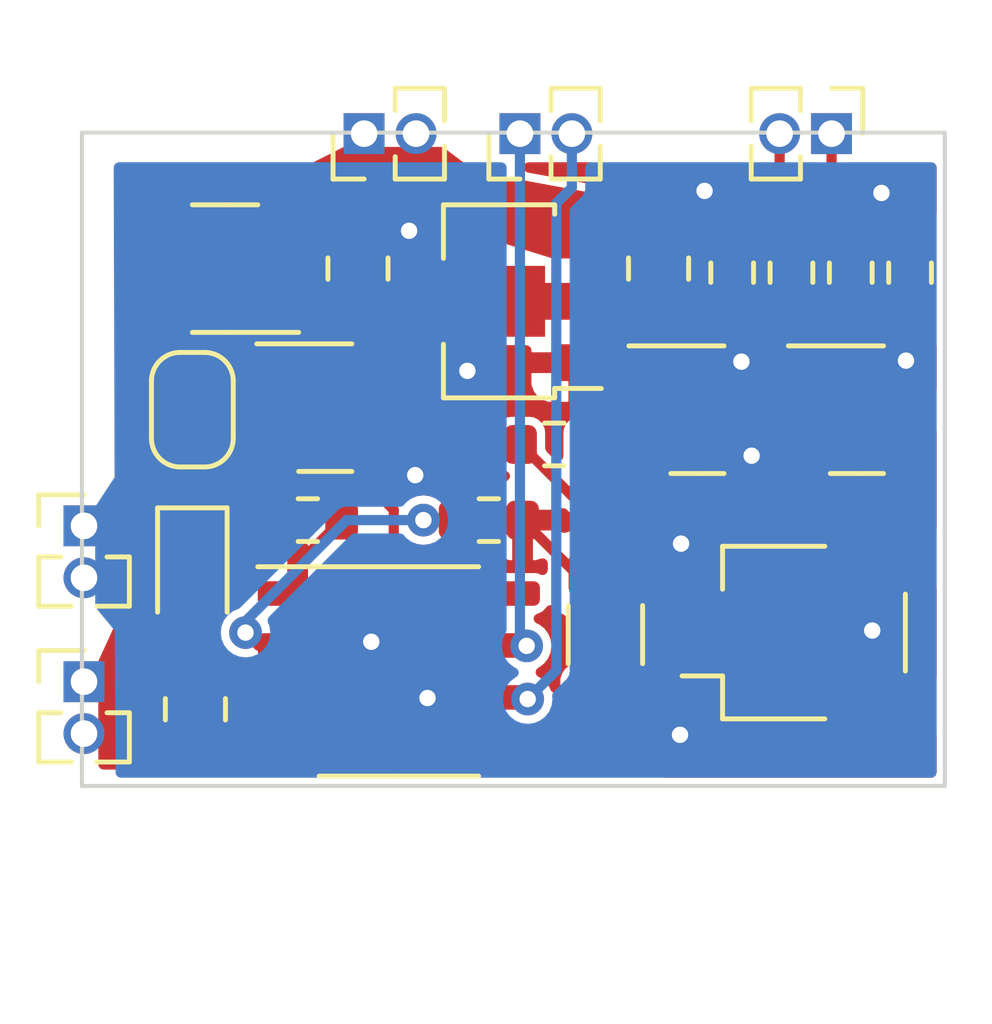
<source format=kicad_pcb>
(kicad_pcb (version 20211014) (generator pcbnew)
  (layers (0 "F.Cu" signal) (31 "B.Cu" signal) (34 "B.Paste" user) (35 "F.Paste" user) (36 "B.SilkS" user "B.Silkscreen") (37 "F.SilkS" user "F.Silkscreen") (38 "B.Mask" user) (39 "F.Mask" user) (44 "Edge.Cuts" user))
  (net 0 "")
  (net 1 "VBUS")
  (net 2 "+BATT")
  (net 3 "VCC")
  (net 4 "+3V3")
  (net 5 "Net-(D1-Pad1)")
  (net 6 "GND")
  (net 7 "/CHRG")
  (net 8 "/STDBY")
  (net 9 "/ADC")
  (net 10 "/IO")
  (net 11 "Net-(Q2-Pad1)")
  (net 12 "Net-(Q2-Pad3)")
  (net 13 "Net-(Q3-Pad3)")
  (net 14 "Net-(R1-Pad2)")
  (footprint "Package_TO_SOT_SMD:SOT-23-3" (layer "F.Cu") (at 113.55 78.85 180)
    (fp_text reference "U2" hide)
    (fp_text value "ME6210AXXM3")
    (fp_line (start 0 1.56) (end -0.8 1.56) (layer "F.SilkS") (width 0.12))
    (fp_line (start 0 1.56) (end 0.8 1.56) (layer "F.SilkS") (width 0.12))
    (fp_line (start 0 -1.56) (end 0.8 -1.56) (layer "F.SilkS") (width 0.12))
    (fp_line (start 0 -1.56) (end -1.8 -1.56) (layer "F.SilkS") (width 0.12))
    (pad "1" smd roundrect locked (at -1.1375 -0.95 180) (size 1.325 0.6) (layers "F.Cu" "F.Paste" "F.Mask") (net 6 "GND"))
    (pad "2" smd roundrect locked (at -1.1375 0.95 180) (size 1.325 0.6) (layers "F.Cu" "F.Paste" "F.Mask") (net 4 "+3V3"))
    (pad "3" smd roundrect locked (at 1.1375 0 180) (size 1.325 0.6) (layers "F.Cu" "F.Paste" "F.Mask") (net 3 "VCC"))
  )
  (footprint "Connector_PinHeader_1.27mm:PinHeader_1x02_P1.27mm_Vertical" (layer "F.Cu") (at 128.38 75.55 -90)
    (fp_text reference "J6" hide)
    (fp_text value "measure")
    (fp_line (start -1.11 0) (end -1.11 -0.76) (layer "F.SilkS") (width 0.12))
    (fp_line (start 0.30753 1.965) (end 1.11 1.965) (layer "F.SilkS") (width 0.12))
    (fp_line (start 1.11 0.76) (end 1.11 1.965) (layer "F.SilkS") (width 0.12))
    (fp_line (start -1.11 0.76) (end -0.563471 0.76) (layer "F.SilkS") (width 0.12))
    (fp_line (start -1.11 1.965) (end -0.30753 1.965) (layer "F.SilkS") (width 0.12))
    (fp_line (start 0.563471 0.76) (end 1.11 0.76) (layer "F.SilkS") (width 0.12))
    (fp_line (start -1.11 -0.76) (end 0 -0.76) (layer "F.SilkS") (width 0.12))
    (fp_line (start -1.11 0.76) (end -1.11 1.965) (layer "F.SilkS") (width 0.12))
    (pad "1" thru_hole rect (at 0 0 270) (size 1 1) (drill 0.65) (layers *.Cu *.Mask) (net 9 "/ADC"))
    (pad "2" thru_hole oval (at 0 1.27 270) (size 1 1) (drill 0.65) (layers *.Cu *.Mask) (net 10 "/IO"))
  )
  (footprint "Connector_PinHeader_1.27mm:PinHeader_1x02_P1.27mm_Vertical" (layer "F.Cu") (at 116.95 75.55 90)
    (fp_text reference "J4" hide)
    (fp_text value "3V3")
    (fp_line (start 1.11 0.76) (end 1.11 1.965) (layer "F.SilkS") (width 0.12))
    (fp_line (start -1.11 0) (end -1.11 -0.76) (layer "F.SilkS") (width 0.12))
    (fp_line (start -1.11 0.76) (end -1.11 1.965) (layer "F.SilkS") (width 0.12))
    (fp_line (start 0.563471 0.76) (end 1.11 0.76) (layer "F.SilkS") (width 0.12))
    (fp_line (start -1.11 0.76) (end -0.563471 0.76) (layer "F.SilkS") (width 0.12))
    (fp_line (start 0.30753 1.965) (end 1.11 1.965) (layer "F.SilkS") (width 0.12))
    (fp_line (start -1.11 1.965) (end -0.30753 1.965) (layer "F.SilkS") (width 0.12))
    (fp_line (start -1.11 -0.76) (end 0 -0.76) (layer "F.SilkS") (width 0.12))
    (pad "1" thru_hole rect (at 0 0 90) (size 1 1) (drill 0.65) (layers *.Cu *.Mask) (net 4 "+3V3"))
    (pad "2" thru_hole oval (at 0 1.27 90) (size 1 1) (drill 0.65) (layers *.Cu *.Mask) (net 4 "+3V3"))
  )
  (footprint "Resistor_SMD:R_0603_1608Metric" (layer "F.Cu") (at 115.575 85 180)
    (fp_text reference "R2" hide)
    (fp_text value "10K")
    (fp_line (start -0.237258 -0.5225) (end 0.237258 -0.5225) (layer "F.SilkS") (width 0.12))
    (fp_line (start -0.237258 0.5225) (end 0.237258 0.5225) (layer "F.SilkS") (width 0.12))
    (pad "1" smd roundrect (at -0.825 0 180) (size 0.8 0.95) (layers "F.Cu" "F.Paste" "F.Mask") (net 6 "GND"))
    (pad "2" smd roundrect (at 0.825 0 180) (size 0.8 0.95) (layers "F.Cu" "F.Paste" "F.Mask") (net 1 "VBUS"))
  )
  (footprint "Package_TO_SOT_SMD:SOT-23" (layer "F.Cu") (at 129 82.3)
    (fp_text reference "Q3" hide)
    (fp_text value "3401")
    (fp_line (start 0 1.56) (end 0.65 1.56) (layer "F.SilkS") (width 0.12))
    (fp_line (start 0 -1.56) (end 0.65 -1.56) (layer "F.SilkS") (width 0.12))
    (fp_line (start 0 -1.56) (end -1.675 -1.56) (layer "F.SilkS") (width 0.12))
    (fp_line (start 0 1.56) (end -0.65 1.56) (layer "F.SilkS") (width 0.12))
    (pad "1" smd roundrect (at -0.9375 -0.95) (size 1.475 0.6) (layers "F.Cu" "F.Paste" "F.Mask") (net 12 "Net-(Q2-Pad3)"))
    (pad "2" smd roundrect (at -0.9375 0.95) (size 1.475 0.6) (layers "F.Cu" "F.Paste" "F.Mask") (net 2 "+BATT"))
    (pad "3" smd roundrect (at 0.9375 0) (size 1.475 0.6) (layers "F.Cu" "F.Paste" "F.Mask") (net 13 "Net-(Q3-Pad3)"))
  )
  (footprint "Diode_SMD:D_SOD-323" (layer "F.Cu") (at 112.75 86.2 -90)
    (fp_text reference "D1" hide)
    (fp_text value "1N5819")
    (fp_line (start -1.5 -0.85) (end 1.05 -0.85) (layer "F.SilkS") (width 0.12))
    (fp_line (start -1.5 0.85) (end 1.05 0.85) (layer "F.SilkS") (width 0.12))
    (fp_line (start -1.5 -0.85) (end -1.5 0.85) (layer "F.SilkS") (width 0.12))
    (pad "1" smd rect (at -1.05 0 270) (size 0.6 0.45) (layers "F.Cu" "F.Paste" "F.Mask") (net 5 "Net-(D1-Pad1)"))
    (pad "2" smd rect (at 1.05 0 270) (size 0.6 0.45) (layers "F.Cu" "F.Paste" "F.Mask") (net 1 "VBUS"))
  )
  (footprint "Resistor_SMD:R_0603_1608Metric" (layer "F.Cu") (at 121.6 83.15)
    (fp_text reference "R6" hide)
    (fp_text value "10K")
    (fp_line (start -0.237258 0.5225) (end 0.237258 0.5225) (layer "F.SilkS") (width 0.12))
    (fp_line (start -0.237258 -0.5225) (end 0.237258 -0.5225) (layer "F.SilkS") (width 0.12))
    (pad "1" smd roundrect (at -0.825 0) (size 0.8 0.95) (layers "F.Cu" "F.Paste" "F.Mask") (net 2 "+BATT"))
    (pad "2" smd roundrect (at 0.825 0) (size 0.8 0.95) (layers "F.Cu" "F.Paste" "F.Mask") (net 12 "Net-(Q2-Pad3)"))
  )
  (footprint "Capacitor_SMD:C_0805_2012Metric" (layer "F.Cu") (at 116.8 78.85 -90)
    (fp_text reference "C3" hide)
    (fp_text value "10uF")
    (fp_line (start -0.261252 -0.735) (end 0.261252 -0.735) (layer "F.SilkS") (width 0.12))
    (fp_line (start -0.261252 0.735) (end 0.261252 0.735) (layer "F.SilkS") (width 0.12))
    (pad "1" smd roundrect (at -0.95 0 270) (size 1 1.45) (layers "F.Cu" "F.Paste" "F.Mask") (net 6 "GND"))
    (pad "2" smd roundrect (at 0.95 0 270) (size 1 1.45) (layers "F.Cu" "F.Paste" "F.Mask") (net 3 "VCC"))
  )
  (footprint "Connector_PinHeader_1.27mm:PinHeader_1x02_P1.27mm_Vertical" (layer "F.Cu") (at 110.1 88.95)
    (fp_text reference "J1" hide)
    (fp_text value "VBUS")
    (fp_line (start -1.11 -0.76) (end 0 -0.76) (layer "F.SilkS") (width 0.12))
    (fp_line (start -1.11 0) (end -1.11 -0.76) (layer "F.SilkS") (width 0.12))
    (fp_line (start -1.11 0.76) (end -0.563471 0.76) (layer "F.SilkS") (width 0.12))
    (fp_line (start -1.11 1.965) (end -0.30753 1.965) (layer "F.SilkS") (width 0.12))
    (fp_line (start -1.11 0.76) (end -1.11 1.965) (layer "F.SilkS") (width 0.12))
    (fp_line (start 0.563471 0.76) (end 1.11 0.76) (layer "F.SilkS") (width 0.12))
    (fp_line (start 0.30753 1.965) (end 1.11 1.965) (layer "F.SilkS") (width 0.12))
    (fp_line (start 1.11 0.76) (end 1.11 1.965) (layer "F.SilkS") (width 0.12))
    (pad "1" thru_hole rect (at 0 0) (size 1 1) (drill 0.65) (layers *.Cu *.Mask) (net 1 "VBUS"))
    (pad "2" thru_hole oval (at 0 1.27) (size 1 1) (drill 0.65) (layers *.Cu *.Mask) (net 1 "VBUS"))
  )
  (footprint "Package_SO:HSOP-8-1EP_3.9x4.9mm_P1.27mm_EP2.3x2.3mm" (layer "F.Cu") (at 117.8 88.7)
    (fp_text reference "U1" hide)
    (fp_text value "TC4056A")
    (fp_line (start 0 2.56) (end -1.95 2.56) (layer "F.SilkS") (width 0.12))
    (fp_line (start 0 2.56) (end 1.95 2.56) (layer "F.SilkS") (width 0.12))
    (fp_line (start 0 -2.56) (end 1.95 -2.56) (layer "F.SilkS") (width 0.12))
    (fp_line (start 0 -2.56) (end -3.45 -2.56) (layer "F.SilkS") (width 0.12))
    (pad "1" smd roundrect (at -2.475 -1.905) (size 1.95 0.6) (layers "F.Cu" "F.Paste" "F.Mask") (net 6 "GND"))
    (pad "2" smd roundrect (at -2.475 -0.635) (size 1.95 0.6) (layers "F.Cu" "F.Paste" "F.Mask") (net 14 "Net-(R1-Pad2)"))
    (pad "3" smd roundrect (at -2.475 0.635) (size 1.95 0.6) (layers "F.Cu" "F.Paste" "F.Mask") (net 6 "GND"))
    (pad "4" smd roundrect (at -2.475 1.905) (size 1.95 0.6) (layers "F.Cu" "F.Paste" "F.Mask") (net 1 "VBUS"))
    (pad "5" smd roundrect (at 2.475 1.905) (size 1.95 0.6) (layers "F.Cu" "F.Paste" "F.Mask") (net 2 "+BATT"))
    (pad "6" smd roundrect (at 2.475 0.635) (size 1.95 0.6) (layers "F.Cu" "F.Paste" "F.Mask") (net 8 "/STDBY"))
    (pad "7" smd roundrect (at 2.475 -0.635) (size 1.95 0.6) (layers "F.Cu" "F.Paste" "F.Mask") (net 7 "/CHRG"))
    (pad "8" smd roundrect (at 2.475 -1.905) (size 1.95 0.6) (layers "F.Cu" "F.Paste" "F.Mask") (net 1 "VBUS"))
    (pad "9" smd rect (at 0 0) (size 2.3 2.3) (layers "F.Cu" "F.Mask") (net 6 "GND"))
  )
  (footprint "Capacitor_SMD:C_0805_2012Metric" (layer "F.Cu") (at 112.825 89.625 -90)
    (fp_text reference "C1" hide)
    (fp_text value "10uF")
    (fp_line (start -0.261252 0.735) (end 0.261252 0.735) (layer "F.SilkS") (width 0.12))
    (fp_line (start -0.261252 -0.735) (end 0.261252 -0.735) (layer "F.SilkS") (width 0.12))
    (pad "1" smd roundrect (at -0.95 0 270) (size 1 1.45) (layers "F.Cu" "F.Paste" "F.Mask") (net 6 "GND"))
    (pad "2" smd roundrect (at 0.95 0 270) (size 1 1.45) (layers "F.Cu" "F.Paste" "F.Mask") (net 1 "VBUS"))
  )
  (footprint "Resistor_SMD:R_0603_1608Metric" (layer "F.Cu") (at 125.95 78.95 -90)
    (fp_text reference "R4" hide)
    (fp_text value "1K")
    (fp_line (start -0.237258 -0.5225) (end 0.237258 -0.5225) (layer "F.SilkS") (width 0.12))
    (fp_line (start -0.237258 0.5225) (end 0.237258 0.5225) (layer "F.SilkS") (width 0.12))
    (pad "1" smd roundrect (at -0.825 0 270) (size 0.8 0.95) (layers "F.Cu" "F.Paste" "F.Mask") (net 10 "/IO"))
    (pad "2" smd roundrect (at 0.825 0 270) (size 0.8 0.95) (layers "F.Cu" "F.Paste" "F.Mask") (net 11 "Net-(Q2-Pad1)"))
  )
  (footprint "Connector_JST:JST_SH_SM02B-SRSS-TB_1x02-1MP_P1.00mm_Horizontal" (layer "F.Cu") (at 127.5 87.75 90)
    (fp_text reference "J3" hide)
    (fp_text value "Conn_01x02_MountingPin")
    (fp_line (start -2.11 -1.785) (end -1.06 -1.785) (layer "F.SilkS") (width 0.12))
    (fp_line (start 2.11 -1.785) (end 1.06 -1.785) (layer "F.SilkS") (width 0.12))
    (fp_line (start -2.11 0.715) (end -2.11 -1.785) (layer "F.SilkS") (width 0.12))
    (fp_line (start -0.94 2.685) (end 0.94 2.685) (layer "F.SilkS") (width 0.12))
    (fp_line (start -1.06 -1.785) (end -1.06 -2.775) (layer "F.SilkS") (width 0.12))
    (fp_line (start 2.11 0.715) (end 2.11 -1.785) (layer "F.SilkS") (width 0.12))
    (pad "1" smd roundrect (at -0.5 -2 90) (size 0.6 1.55) (layers "F.Cu" "F.Paste" "F.Mask") (net 2 "+BATT"))
    (pad "2" smd roundrect (at 0.5 -2 90) (size 0.6 1.55) (layers "F.Cu" "F.Paste" "F.Mask") (net 6 "GND"))
    (pad "MP" smd roundrect (at 1.8 1.875 90) (size 1.2 1.8) (layers "F.Cu" "F.Paste" "F.Mask") (roundrect_rratio 0.208333) (net 6 "GND"))
    (pad "MP" smd roundrect (at -1.8 1.875 90) (size 1.2 1.8) (layers "F.Cu" "F.Paste" "F.Mask") (roundrect_rratio 0.208333) (net 6 "GND"))
  )
  (footprint "Package_TO_SOT_SMD:SOT-89-3" (layer "F.Cu") (at 120.55 79.65 180)
    (fp_text reference "U3" hide)
    (fp_text value "ME6210AXXP")
    (fp_line (start 1.66 -2.36) (end 1.66 -1.05) (layer "F.SilkS") (width 0.12))
    (fp_line (start -1.06 2.36) (end -1.06 2.13) (layer "F.SilkS") (width 0.12))
    (fp_line (start 1.66 2.36) (end -1.06 2.36) (layer "F.SilkS") (width 0.12))
    (fp_line (start 1.66 1.05) (end 1.66 2.36) (layer "F.SilkS") (width 0.12))
    (fp_line (start -1.06 -2.36) (end 1.66 -2.36) (layer "F.SilkS") (width 0.12))
    (fp_line (start -1.06 -2.36) (end -1.06 -2.13) (layer "F.SilkS") (width 0.12))
    (fp_line (start -2.2 -2.13) (end -1.06 -2.13) (layer "F.SilkS") (width 0.12))
    (pad "1" smd rect (at -1.65 -1.5 180) (size 1.3 0.9) (layers "F.Cu" "F.Paste" "F.Mask") (net 6 "GND"))
    (pad "2" smd custom (at -1.5625 0 180) (size 1.475 0.9) (layers "F.Cu" "F.Paste" "F.Mask") (net 3 "VCC") (options (clearance outline) (anchor rect)) (primitives (gr_poly (pts (xy 3.8625 0.8665) (xy 0.7375 0.8665) (xy 0.7375 -0.8665) (xy 3.8625 -0.8665)) (width 0) (fill yes))))
    (pad "3" smd rect (at -1.65 1.5 180) (size 1.3 0.9) (layers "F.Cu" "F.Paste" "F.Mask") (net 4 "+3V3"))
  )
  (footprint "Jumper:SolderJumper-2_P1.3mm_Bridged_RoundedPad1.0x1.5mm" (layer "F.Cu") (at 112.75 82.3 90)
    (fp_text reference "R3" hide)
    (fp_text value "0R")
    (fp_poly (pts (xy 0.25 -0.3) (xy -0.25 -0.3) (xy -0.25 0.3) (xy 0.25 0.3)) (layer "F.Cu") (width 0) (fill solid))
    (fp_line (start -0.7 -1) (end 0.7 -1) (layer "F.SilkS") (width 0.12))
    (fp_line (start 1.4 -0.3) (end 1.4 0.3) (layer "F.SilkS") (width 0.12))
    (fp_line (start -1.4 0.3) (end -1.4 -0.3) (layer "F.SilkS") (width 0.12))
    (fp_line (start 0.7 1) (end -0.7 1) (layer "F.SilkS") (width 0.12))
    (fp_arc (start -1.4 -0.3) (mid -1.194975 -0.794975) (end -0.7 -1) (layer "F.SilkS") (width 0.12))
    (fp_arc (start 1.4 0.3) (mid 1.194975 0.794975) (end 0.7 1) (layer "F.SilkS") (width 0.12))
    (fp_arc (start 0.7 -1) (mid 1.194975 -0.794975) (end 1.4 -0.3) (layer "F.SilkS") (width 0.12))
    (fp_arc (start -0.7 1) (mid -1.194975 0.794975) (end -1.4 0.3) (layer "F.SilkS") (width 0.12))
    (pad "1" smd custom (at -0.65 0 90) (size 1 0.5) (layers "F.Cu" "F.Mask") (net 5 "Net-(D1-Pad1)") (options (clearance outline) (anchor rect)) (primitives (gr_circle (center 0 0.25) (end 0.5 0.25) (width 0) (fill yes)) (gr_circle (center 0 -0.25) (end 0.5 -0.25) (width 0) (fill yes)) (gr_poly (pts (xy 0.5 0.75) (xy 0 0.75) (xy 0 -0.75) (xy 0.5 -0.75)) (width 0) (fill yes))))
    (pad "2" smd custom (at 0.65 0 90) (size 1 0.5) (layers "F.Cu" "F.Mask") (net 3 "VCC") (options (clearance outline) (anchor rect)) (primitives (gr_circle (center 0 0.25) (end 0.5 0.25) (width 0) (fill yes)) (gr_circle (center 0 -0.25) (end 0.5 -0.25) (width 0) (fill yes)) (gr_poly (pts (xy 0 0.75) (xy -0.5 0.75) (xy -0.5 -0.75) (xy 0 -0.75)) (width 0) (fill yes))))
  )
  (footprint "Connector_PinHeader_1.27mm:PinHeader_1x02_P1.27mm_Vertical" (layer "F.Cu") (at 120.76 75.55 90)
    (fp_text reference "J5" hide)
    (fp_text value "state")
    (fp_line (start 1.11 0.76) (end 1.11 1.965) (layer "F.SilkS") (width 0.12))
    (fp_line (start -1.11 0.76) (end -1.11 1.965) (layer "F.SilkS") (width 0.12))
    (fp_line (start -1.11 0) (end -1.11 -0.76) (layer "F.SilkS") (width 0.12))
    (fp_line (start -1.11 -0.76) (end 0 -0.76) (layer "F.SilkS") (width 0.12))
    (fp_line (start -1.11 0.76) (end -0.563471 0.76) (layer "F.SilkS") (width 0.12))
    (fp_line (start 0.563471 0.76) (end 1.11 0.76) (layer "F.SilkS") (width 0.12))
    (fp_line (start 0.30753 1.965) (end 1.11 1.965) (layer "F.SilkS") (width 0.12))
    (fp_line (start -1.11 1.965) (end -0.30753 1.965) (layer "F.SilkS") (width 0.12))
    (pad "1" thru_hole rect (at 0 0 90) (size 1 1) (drill 0.65) (layers *.Cu *.Mask) (net 7 "/CHRG"))
    (pad "2" thru_hole oval (at 0 1.27 90) (size 1 1) (drill 0.65) (layers *.Cu *.Mask) (net 8 "/STDBY"))
  )
  (footprint "Package_TO_SOT_SMD:SOT-23" (layer "F.Cu") (at 125.1 82.3)
    (fp_text reference "Q2" hide)
    (fp_text value "8050")
    (fp_line (start 0 -1.56) (end -1.675 -1.56) (layer "F.SilkS") (width 0.12))
    (fp_line (start 0 1.56) (end 0.65 1.56) (layer "F.SilkS") (width 0.12))
    (fp_line (start 0 1.56) (end -0.65 1.56) (layer "F.SilkS") (width 0.12))
    (fp_line (start 0 -1.56) (end 0.65 -1.56) (layer "F.SilkS") (width 0.12))
    (pad "1" smd roundrect (at -0.9375 -0.95) (size 1.475 0.6) (layers "F.Cu" "F.Paste" "F.Mask") (net 11 "Net-(Q2-Pad1)"))
    (pad "2" smd roundrect (at -0.9375 0.95) (size 1.475 0.6) (layers "F.Cu" "F.Paste" "F.Mask") (net 6 "GND"))
    (pad "3" smd roundrect (at 0.9375 0) (size 1.475 0.6) (layers "F.Cu" "F.Paste" "F.Mask") (net 12 "Net-(Q2-Pad3)"))
  )
  (footprint "Package_TO_SOT_SMD:SOT-23" (layer "F.Cu") (at 116 82.25)
    (fp_text reference "Q1" hide)
    (fp_text value "3401")
    (fp_line (start 0 -1.56) (end 0.65 -1.56) (layer "F.SilkS") (width 0.12))
    (fp_line (start 0 1.56) (end 0.65 1.56) (layer "F.SilkS") (width 0.12))
    (fp_line (start 0 1.56) (end -0.65 1.56) (layer "F.SilkS") (width 0.12))
    (fp_line (start 0 -1.56) (end -1.675 -1.56) (layer "F.SilkS") (width 0.12))
    (pad "1" smd roundrect (at -0.9375 -0.95) (size 1.475 0.6) (layers "F.Cu" "F.Paste" "F.Mask") (net 1 "VBUS"))
    (pad "2" smd roundrect (at -0.9375 0.95) (size 1.475 0.6) (layers "F.Cu" "F.Paste" "F.Mask") (net 5 "Net-(D1-Pad1)"))
    (pad "3" smd roundrect (at 0.9375 0) (size 1.475 0.6) (layers "F.Cu" "F.Paste" "F.Mask") (net 2 "+BATT"))
  )
  (footprint "Resistor_SMD:R_0603_1608Metric" (layer "F.Cu") (at 128.85 78.95 90)
    (fp_text reference "R7" hide)
    (fp_text value "4.7K")
    (fp_line (start -0.237258 0.5225) (end 0.237258 0.5225) (layer "F.SilkS") (width 0.12))
    (fp_line (start -0.237258 -0.5225) (end 0.237258 -0.5225) (layer "F.SilkS") (width 0.12))
    (pad "1" smd roundrect (at -0.825 0 90) (size 0.8 0.95) (layers "F.Cu" "F.Paste" "F.Mask") (net 13 "Net-(Q3-Pad3)"))
    (pad "2" smd roundrect (at 0.825 0 90) (size 0.8 0.95) (layers "F.Cu" "F.Paste" "F.Mask") (net 9 "/ADC"))
  )
  (footprint "Capacitor_SMD:C_1206_3216Metric" (layer "F.Cu") (at 122.85 87.8 -90)
    (fp_text reference "C2" hide)
    (fp_text value "10uF")
    (fp_line (start -0.711252 0.91) (end 0.711252 0.91) (layer "F.SilkS") (width 0.12))
    (fp_line (start -0.711252 -0.91) (end 0.711252 -0.91) (layer "F.SilkS") (width 0.12))
    (pad "1" smd roundrect (at -1.475 0 270) (size 1.15 1.8) (layers "F.Cu" "F.Paste" "F.Mask") (roundrect_rratio 0.217391) (net 6 "GND"))
    (pad "2" smd roundrect (at 1.475 0 270) (size 1.15 1.8) (layers "F.Cu" "F.Paste" "F.Mask") (roundrect_rratio 0.217391) (net 2 "+BATT"))
  )
  (footprint "Connector_PinHeader_1.27mm:PinHeader_1x02_P1.27mm_Vertical" (layer "F.Cu") (at 110.1 85.14)
    (fp_text reference "J2" hide)
    (fp_text value "GND")
    (fp_line (start 0.563471 0.76) (end 1.11 0.76) (layer "F.SilkS") (width 0.12))
    (fp_line (start -1.11 -0.76) (end 0 -0.76) (layer "F.SilkS") (width 0.12))
    (fp_line (start -1.11 0) (end -1.11 -0.76) (layer "F.SilkS") (width 0.12))
    (fp_line (start -1.11 0.76) (end -0.563471 0.76) (layer "F.SilkS") (width 0.12))
    (fp_line (start -1.11 1.965) (end -0.30753 1.965) (layer "F.SilkS") (width 0.12))
    (fp_line (start 0.30753 1.965) (end 1.11 1.965) (layer "F.SilkS") (width 0.12))
    (fp_line (start -1.11 0.76) (end -1.11 1.965) (layer "F.SilkS") (width 0.12))
    (fp_line (start 1.11 0.76) (end 1.11 1.965) (layer "F.SilkS") (width 0.12))
    (pad "1" thru_hole rect (at 0 0) (size 1 1) (drill 0.65) (layers *.Cu *.Mask) (net 6 "GND"))
    (pad "2" thru_hole oval (at 0 1.27) (size 1 1) (drill 0.65) (layers *.Cu *.Mask) (net 6 "GND"))
  )
  (footprint "Capacitor_SMD:C_0805_2012Metric" (layer "F.Cu") (at 124.15 78.85 90)
    (fp_text reference "C4" hide)
    (fp_text value "10uF")
    (fp_line (start -0.261252 -0.735) (end 0.261252 -0.735) (layer "F.SilkS") (width 0.12))
    (fp_line (start -0.261252 0.735) (end 0.261252 0.735) (layer "F.SilkS") (width 0.12))
    (pad "1" smd roundrect (at -0.95 0 90) (size 1 1.45) (layers "F.Cu" "F.Paste" "F.Mask") (net 6 "GND"))
    (pad "2" smd roundrect (at 0.95 0 90) (size 1 1.45) (layers "F.Cu" "F.Paste" "F.Mask") (net 4 "+3V3"))
  )
  (footprint "Resistor_SMD:R_0603_1608Metric" (layer "F.Cu") (at 127.4 78.95 90)
    (fp_text reference "R5" hide)
    (fp_text value "100K")
    (fp_line (start -0.237258 0.5225) (end 0.237258 0.5225) (layer "F.SilkS") (width 0.12))
    (fp_line (start -0.237258 -0.5225) (end 0.237258 -0.5225) (layer "F.SilkS") (width 0.12))
    (pad "1" smd roundrect (at -0.825 0 90) (size 0.8 0.95) (layers "F.Cu" "F.Paste" "F.Mask") (net 11 "Net-(Q2-Pad1)"))
    (pad "2" smd roundrect (at 0.825 0 90) (size 0.8 0.95) (layers "F.Cu" "F.Paste" "F.Mask") (net 6 "GND"))
  )
  (footprint "Resistor_SMD:R_0603_1608Metric" (layer "F.Cu") (at 120 85 180)
    (fp_text reference "R1" hide)
    (fp_text value "10K")
    (fp_line (start -0.237258 0.5225) (end 0.237258 0.5225) (layer "F.SilkS") (width 0.12))
    (fp_line (start -0.237258 -0.5225) (end 0.237258 -0.5225) (layer "F.SilkS") (width 0.12))
    (pad "1" smd roundrect (at -0.825 0 180) (size 0.8 0.95) (layers "F.Cu" "F.Paste" "F.Mask") (net 6 "GND"))
    (pad "2" smd roundrect (at 0.825 0 180) (size 0.8 0.95) (layers "F.Cu" "F.Paste" "F.Mask") (net 14 "Net-(R1-Pad2)"))
  )
  (footprint "Resistor_SMD:R_0603_1608Metric" (layer "F.Cu") (at 130.3 78.95 -90)
    (fp_text reference "R8" hide)
    (fp_text value "1K")
    (fp_line (start -0.237258 0.5225) (end 0.237258 0.5225) (layer "F.SilkS") (width 0.12))
    (fp_line (start -0.237258 -0.5225) (end 0.237258 -0.5225) (layer "F.SilkS") (width 0.12))
    (pad "1" smd roundrect (at -0.825 0 270) (size 0.8 0.95) (layers "F.Cu" "F.Paste" "F.Mask") (net 9 "/ADC"))
    (pad "2" smd roundrect (at 0.825 0 270) (size 0.8 0.95) (layers "F.Cu" "F.Paste" "F.Mask") (net 6 "GND"))
  )
  (gr_line (start 131.15 91.5) (end 131.15 75.525) (layer "Edge.Cuts") (width 0.1))
  (gr_line (start 110.05 91.5) (end 110.05 75.525) (layer "Edge.Cuts") (width 0.1))
  (gr_line (start 131.15 75.525) (end 110.05 75.525) (layer "Edge.Cuts") (width 0.1))
  (gr_line (start 110.05 91.5) (end 131.15 91.5) (layer "Edge.Cuts") (width 0.1))
  (segment (start 114.975 85) (end 114.75 85) (width 0.25) (layer "F.Cu") (net 1))
  (segment (start 115.0625 81.790749) (end 116.125 82.853249) (width 0.25) (layer "F.Cu") (net 1))
  (segment (start 118.62 86.795) (end 117.675 85.85) (width 0.25) (layer "F.Cu") (net 1))
  (segment (start 117.675 84.75) (end 116.775 83.85) (width 0.25) (layer "F.Cu") (net 1))
  (segment (start 116.775 83.85) (end 116.125 83.85) (width 0.25) (layer "F.Cu") (net 1))
  (segment (start 120.275 86.795) (end 118.62 86.795) (width 0.25) (layer "F.Cu") (net 1))
  (segment (start 116.125 82.853249) (end 116.125 83.85) (width 0.25) (layer "F.Cu") (net 1))
  (segment (start 117.675 85.85) (end 117.675 84.75) (width 0.25) (layer "F.Cu") (net 1))
  (segment (start 114.75 85.25) (end 114.75 85) (width 0.25) (layer "F.Cu") (net 1))
  (segment (start 115.0625 81.3) (end 115.0625 81.790749) (width 0.25) (layer "F.Cu") (net 1))
  (segment (start 112.75 87.25) (end 114.75 85.25) (width 0.25) (layer "F.Cu") (net 1))
  (segment (start 116.125 83.85) (end 114.975 85) (width 0.25) (layer "F.Cu") (net 1))
  (segment (start 128.0625 84.8375) (end 128.0625 83.25) (width 0.25) (layer "F.Cu") (net 2))
  (segment (start 128.0625 86.134251) (end 128.0625 84.8375) (width 0.25) (layer "F.Cu") (net 2))
  (segment (start 120.775 83.15) (end 117.8375 83.15) (width 0.25) (layer "F.Cu") (net 2))
  (segment (start 125.946751 88.25) (end 128.0625 86.134251) (width 0.25) (layer "F.Cu") (net 2))
  (segment (start 117.8375 83.15) (end 116.9375 82.25) (width 0.25) (layer "F.Cu") (net 2))
  (segment (start 122.4625 84.8375) (end 128.0625 84.8375) (width 0.25) (layer "F.Cu") (net 2))
  (segment (start 120.775 83.15) (end 122.4625 84.8375) (width 0.25) (layer "F.Cu") (net 2))
  (segment (start 125.5 88.25) (end 125.946751 88.25) (width 0.25) (layer "F.Cu") (net 2))
  (segment (start 113 83.2) (end 112.75 82.95) (width 0.25) (layer "F.Cu") (net 5))
  (segment (start 115.0625 83.2) (end 113 83.2) (width 0.25) (layer "F.Cu") (net 5))
  (segment (start 112.75 82.95) (end 112.75 85.15) (width 0.5) (layer "F.Cu") (net 5))
  (segment (start 122.2 81.15) (end 122.8 81.15) (width 0.25) (layer "F.Cu") (net 6))
  (segment (start 117.165 89.335) (end 117.8 88.7) (width 0.5) (layer "F.Cu") (net 6))
  (segment (start 122.8 81.15) (end 124.15 79.8) (width 0.25) (layer "F.Cu") (net 6))
  (segment (start 115.325 86.795) (end 115.325 86.075) (width 0.25) (layer "F.Cu") (net 6))
  (segment (start 127.4 78.125) (end 127.4 78.375) (width 0.25) (layer "F.Cu") (net 6))
  (segment (start 116.125 80.953249) (end 116.125 81.2375) (width 0.25) (layer "F.Cu") (net 6))
  (segment (start 115.846751 80.675) (end 116.125 80.953249) (width 0.25) (layer "F.Cu") (net 6))
  (segment (start 129.5 78.975) (end 128 78.975) (width 0.25) (layer "F.Cu") (net 6))
  (segment (start 115.325 89.335) (end 117.165 89.335) (width 0.5) (layer "F.Cu") (net 6))
  (segment (start 115.325 86.075) (end 116.4 85) (width 0.25) (layer "F.Cu") (net 6))
  (segment (start 116.125 81.2375) (end 116.2375 81.35) (width 0.25) (layer "F.Cu") (net 6))
  (segment (start 122.85 86.325) (end 122.15 86.325) (width 0.25) (layer "F.Cu") (net 6))
  (segment (start 127.4 78.375) (end 128 78.975) (width 0.25) (layer "F.Cu") (net 6))
  (segment (start 116.2375 81.35) (end 119.475 81.35) (width 0.25) (layer "F.Cu") (net 6))
  (segment (start 115.325 89.335) (end 113.485 89.335) (width 0.25) (layer "F.Cu") (net 6))
  (segment (start 115.5625 80.675) (end 115.846751 80.675) (width 0.25) (layer "F.Cu") (net 6))
  (segment (start 122.15 86.325) (end 120.825 85) (width 0.25) (layer "F.Cu") (net 6))
  (segment (start 114.6875 79.8) (end 115.5625 80.675) (width 0.25) (layer "F.Cu") (net 6))
  (segment (start 113.485 89.335) (end 112.825 88.675) (width 0.25) (layer "F.Cu") (net 6))
  (segment (start 130.3 79.775) (end 129.5 78.975) (width 0.25) (layer "F.Cu") (net 6))
  (via (at 124.7 85.575) (size 0.8) (drill 0.4) (layers "F.Cu" "B.Cu") (net 6))
  (via (at 130.2 81.1) (size 0.8) (drill 0.4) (layers "F.Cu" "B.Cu") (net 6))
  (via (at 129.375 87.7) (size 0.8) (drill 0.4) (layers "F.Cu" "B.Cu") (net 6))
  (via (at 126.425 83.425) (size 0.8) (drill 0.4) (layers "F.Cu" "B.Cu") (net 6))
  (via (at 129.6 77) (size 0.8) (drill 0.4) (layers "F.Cu" "B.Cu") (net 6))
  (via (at 125.275 76.95) (size 0.8) (drill 0.4) (layers "F.Cu" "B.Cu") (net 6))
  (via (at 118.5 89.35) (size 0.8) (drill 0.4) (layers "F.Cu" "B.Cu") (net 6))
  (via (at 118.2 83.9) (size 0.8) (drill 0.4) (layers "F.Cu" "B.Cu") (net 6))
  (via (at 117.125 87.975) (size 0.8) (drill 0.4) (layers "F.Cu" "B.Cu") (net 6))
  (via (at 126.175 81.125) (size 0.8) (drill 0.4) (layers "F.Cu" "B.Cu") (net 6))
  (via (at 119.475 81.35) (size 0.8) (drill 0.4) (layers "F.Cu" "B.Cu") (net 6))
  (via (at 118.05 77.925) (size 0.8) (drill 0.4) (layers "F.Cu" "B.Cu") (net 6))
  (via (at 124.675 90.25) (size 0.8) (drill 0.4) (layers "F.Cu" "B.Cu") (net 6))
  (segment (start 120.275 88.065) (end 120.920409 88.065) (width 0.25) (layer "F.Cu") (net 7))
  (via (at 120.925 88.075) (size 0.8) (drill 0.4) (layers "F.Cu" "B.Cu") (net 7))
  (segment (start 120.925 88.075) (end 120.76 87.91) (width 0.25) (layer "B.Cu") (net 7))
  (segment (start 120.76 87.91) (end 120.76 75.55) (width 0.25) (layer "B.Cu") (net 7))
  (segment (start 120.275 89.335) (end 120.937214 89.335) (width 0.25) (layer "F.Cu") (net 8))
  (via (at 120.95 89.375) (size 0.8) (drill 0.4) (layers "F.Cu" "B.Cu") (net 8))
  (segment (start 120.95 89.375) (end 121.65 88.675) (width 0.25) (layer "B.Cu") (net 8))
  (segment (start 122.03 76.87) (end 122.03 75.55) (width 0.25) (layer "B.Cu") (net 8))
  (segment (start 121.65 88.675) (end 121.65 77.25) (width 0.25) (layer "B.Cu") (net 8))
  (segment (start 121.65 77.25) (end 122.03 76.87) (width 0.25) (layer "B.Cu") (net 8))
  (segment (start 128.85 78.125) (end 128.85 77.15) (width 0.25) (layer "F.Cu") (net 9))
  (segment (start 128.85 77.15) (end 128.38 76.68) (width 0.25) (layer "F.Cu") (net 9))
  (segment (start 128.38 76.68) (end 128.38 75.55) (width 0.25) (layer "F.Cu") (net 9))
  (segment (start 130.3 78.125) (end 128.85 78.125) (width 0.25) (layer "F.Cu") (net 9))
  (segment (start 125.95 78.125) (end 125.95 77.825) (width 0.25) (layer "F.Cu") (net 10))
  (segment (start 125.95 77.825) (end 127.11 76.665) (width 0.25) (layer "F.Cu") (net 10))
  (segment (start 127.11 76.665) (end 127.11 75.55) (width 0.25) (layer "F.Cu") (net 10))
  (segment (start 127.4 79.775) (end 125.95 79.775) (width 0.25) (layer "F.Cu") (net 11))
  (segment (start 124.1625 81.35) (end 124.375 81.35) (width 0.25) (layer "F.Cu") (net 11))
  (segment (start 124.375 81.35) (end 125.95 79.775) (width 0.25) (layer "F.Cu") (net 11))
  (segment (start 123.275 82.3) (end 126.0375 82.3) (width 0.25) (layer "F.Cu") (net 12))
  (segment (start 126.725 82.3) (end 127.675 81.35) (width 0.25) (layer "F.Cu") (net 12))
  (segment (start 127.675 81.35) (end 128.0625 81.35) (width 0.25) (layer "F.Cu") (net 12))
  (segment (start 122.425 83.15) (end 123.275 82.3) (width 0.25) (layer "F.Cu") (net 12))
  (segment (start 126.0375 82.3) (end 126.725 82.3) (width 0.25) (layer "F.Cu") (net 12))
  (segment (start 129.3 81.6625) (end 129.3 80.225) (width 0.25) (layer "F.Cu") (net 13))
  (segment (start 129.3 80.225) (end 128.85 79.775) (width 0.25) (layer "F.Cu") (net 13))
  (segment (start 129.9375 82.3) (end 129.3 81.6625) (width 0.25) (layer "F.Cu") (net 13))
  (segment (start 118.4 85) (end 119.175 85) (width 0.25) (layer "F.Cu") (net 14))
  (segment (start 114.365 88.065) (end 114.05 87.75) (width 0.25) (layer "F.Cu") (net 14))
  (segment (start 115.325 88.065) (end 114.365 88.065) (width 0.25) (layer "F.Cu") (net 14))
  (via (at 118.4 85) (size 0.8) (drill 0.4) (layers "F.Cu" "B.Cu") (net 14))
  (via (at 114.05 87.75) (size 0.8) (drill 0.4) (layers "F.Cu" "B.Cu") (net 14))
  (segment (start 116.525 85) (end 114.05 87.475) (width 0.25) (layer "B.Cu") (net 14))
  (segment (start 114.05 87.475) (end 114.05 87.75) (width 0.25) (layer "B.Cu") (net 14))
  (segment (start 118.4 85) (end 116.525 85) (width 0.25) (layer "B.Cu") (net 14))
  (zone (net 1) (net_name "VBUS") (layer "F.Cu") (priority 1) (connect_pads yes (clearance 0.2)) (min_thickness 0.254) (fill yes (thermal_gap 0.508) (thermal_bridge_width 0.508))
    (polygon (pts (xy 111.7 89.95) (xy 113.95 89.95) (xy 113.95 90.1) (xy 116.3 90.1) (xy 116.3 91.1) (xy 110.45 91.1) (xy 110.45 88.45) (xy 110.575 88.175) (xy 111.15 86.925) (xy 113.325 86.925) (xy 113.325 87.65) (xy 111.7 88.125)))
  )
  (zone (net 6) (net_name "GND") (layer "F.Cu") (connect_pads (clearance 0.2)) (min_thickness 0.254) (fill yes (thermal_gap 0.508) (thermal_bridge_width 0.508))
    (polygon (pts (xy 131.075 91.425) (xy 110.875 91.425) (xy 110.875 87.725) (xy 110.375 87.15) (xy 110.375 84.65) (xy 110.85 83.975) (xy 110.85 76.25) (xy 131.075 76.25)))
  )
  (zone (net 4) (net_name "+3V3") (layer "F.Cu") (priority 1) (connect_pads yes (clearance 0.2)) (min_thickness 0.254) (fill yes (thermal_gap 0.508) (thermal_bridge_width 0.508))
    (polygon (pts (xy 119.675 76.475) (xy 124.825 77.425) (xy 124.825 78.6) (xy 121.55 78.6) (xy 118.975 77.8) (xy 117.95 77.15) (xy 115.975 77.15) (xy 115.325 78.175) (xy 114.025 78.175) (xy 114.025 77.1) (xy 114.275 76.975) (xy 116.45 75.875) (xy 118.875 75.875)))
  )
  (zone (net 3) (net_name "VCC") (layer "F.Cu") (priority 1) (connect_pads yes (clearance 0.2)) (min_thickness 0.254) (fill yes (thermal_gap 0.508) (thermal_bridge_width 0.508))
    (polygon (pts (xy 113.875 78.45) (xy 115.575 78.45) (xy 116.1 78.65) (xy 118.05 78.65) (xy 119.15 78.65) (xy 119.15 80.525) (xy 116.125 80.525) (xy 115.575 79.275) (xy 113.675 79.275) (xy 113.675 81.975) (xy 111.75 81.975) (xy 111.75 78.275) (xy 113.625 78.275)))
  )
  (zone (net 2) (net_name "+BATT") (layer "F.Cu") (priority 1) (connect_pads yes (clearance 0.2)) (min_thickness 0.254) (fill yes (thermal_gap 0.508) (thermal_bridge_width 0.508))
    (polygon (pts (xy 126.3 89.025) (xy 124.65 89.025) (xy 124.025 89.625) (xy 124.025 91.1) (xy 121.6 91.1) (xy 119.3 91.1) (xy 119.3 90.1) (xy 121.75 90.1) (xy 122.05 88.85) (xy 123.225 87.95) (xy 124.5 87.95) (xy 126.3 87.95)))
  )
  (zone (net 6) (net_name "GND") (layer "B.Cu") (priority 1) (connect_pads yes (clearance 0.2)) (min_thickness 0.254) (fill yes (thermal_gap 0.508) (thermal_bridge_width 0.508))
    (polygon (pts (xy 131.075 91.425) (xy 110.875 91.45) (xy 110.85 87.7) (xy 110.375 87.125) (xy 110.375 84.675) (xy 110.85 83.95) (xy 110.825 76.25) (xy 131.075 76.25)))
  )
)
</source>
